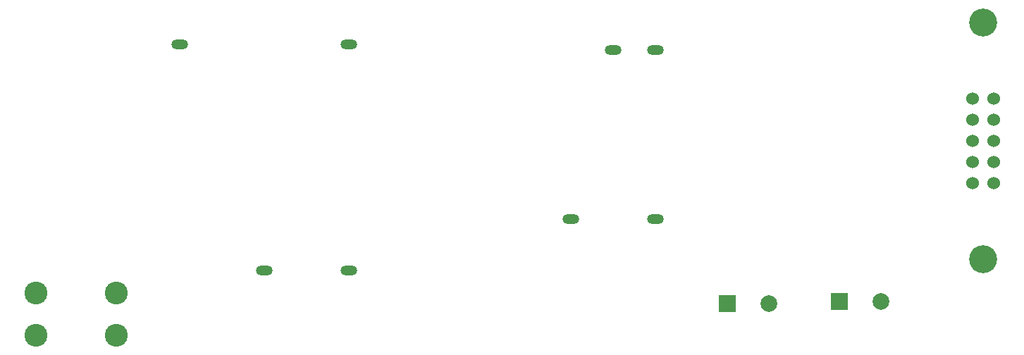
<source format=gbr>
%TF.GenerationSoftware,KiCad,Pcbnew,(5.1.9)-1*%
%TF.CreationDate,2021-03-26T17:10:42+01:00*%
%TF.ProjectId,Power Supply,506f7765-7220-4537-9570-706c792e6b69,rev?*%
%TF.SameCoordinates,Original*%
%TF.FileFunction,Soldermask,Bot*%
%TF.FilePolarity,Negative*%
%FSLAX46Y46*%
G04 Gerber Fmt 4.6, Leading zero omitted, Abs format (unit mm)*
G04 Created by KiCad (PCBNEW (5.1.9)-1) date 2021-03-26 17:10:42*
%MOMM*%
%LPD*%
G01*
G04 APERTURE LIST*
%ADD10C,2.745000*%
%ADD11C,1.524000*%
%ADD12C,3.352800*%
%ADD13O,2.000000X1.200000*%
%ADD14C,2.000000*%
%ADD15R,2.000000X2.000000*%
G04 APERTURE END LIST*
D10*
%TO.C,J2*%
X109982000Y-136398000D03*
X109982000Y-131318000D03*
%TD*%
%TO.C,J1*%
X119634000Y-136398000D03*
X119634000Y-131318000D03*
%TD*%
D11*
%TO.C,J3*%
X225044000Y-107950000D03*
X222504000Y-107950000D03*
X225044000Y-110490000D03*
X222504000Y-110490000D03*
X225044000Y-113030000D03*
X222504000Y-113030000D03*
X225044000Y-115570000D03*
X222504000Y-115570000D03*
X225044000Y-118110000D03*
X222504000Y-118110000D03*
D12*
X223774000Y-98818700D03*
X223774000Y-127241300D03*
%TD*%
D13*
%TO.C,U2*%
X137414000Y-128652000D03*
X147574000Y-128652000D03*
X127254000Y-101472000D03*
X147574000Y-101472000D03*
%TD*%
%TO.C,U1*%
X174244000Y-122428000D03*
X184404000Y-122428000D03*
X179324000Y-102108000D03*
X184404000Y-102108000D03*
%TD*%
D14*
%TO.C,C4*%
X211502000Y-132334000D03*
D15*
X206502000Y-132334000D03*
%TD*%
D14*
%TO.C,C3*%
X198040000Y-132588000D03*
D15*
X193040000Y-132588000D03*
%TD*%
M02*

</source>
